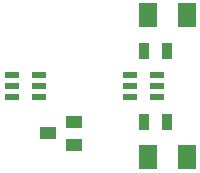
<source format=gbp>
G04 (created by PCBNEW (2013-mar-25)-stable) date Friday, August 07, 2015 11:50:23 AM*
%MOIN*%
G04 Gerber Fmt 3.4, Leading zero omitted, Abs format*
%FSLAX34Y34*%
G01*
G70*
G90*
G04 APERTURE LIST*
%ADD10C,0.006*%
%ADD11R,0.035X0.055*%
%ADD12R,0.0590551X0.0787402*%
%ADD13R,0.05X0.02*%
%ADD14R,0.0551X0.0393*%
G04 APERTURE END LIST*
G54D10*
G54D11*
X62978Y-28346D03*
X62218Y-28346D03*
X62978Y-25984D03*
X62218Y-25984D03*
G54D12*
X62342Y-24803D03*
X63641Y-24803D03*
X63641Y-29527D03*
X62342Y-29527D03*
G54D13*
X62654Y-26795D03*
X62653Y-27165D03*
X62653Y-27535D03*
X61755Y-27535D03*
X61755Y-27165D03*
X61755Y-26795D03*
X58717Y-26795D03*
X58716Y-27165D03*
X58716Y-27535D03*
X57818Y-27535D03*
X57818Y-27165D03*
X57818Y-26795D03*
G54D14*
X59881Y-28366D03*
X59881Y-29114D03*
X59015Y-28740D03*
M02*

</source>
